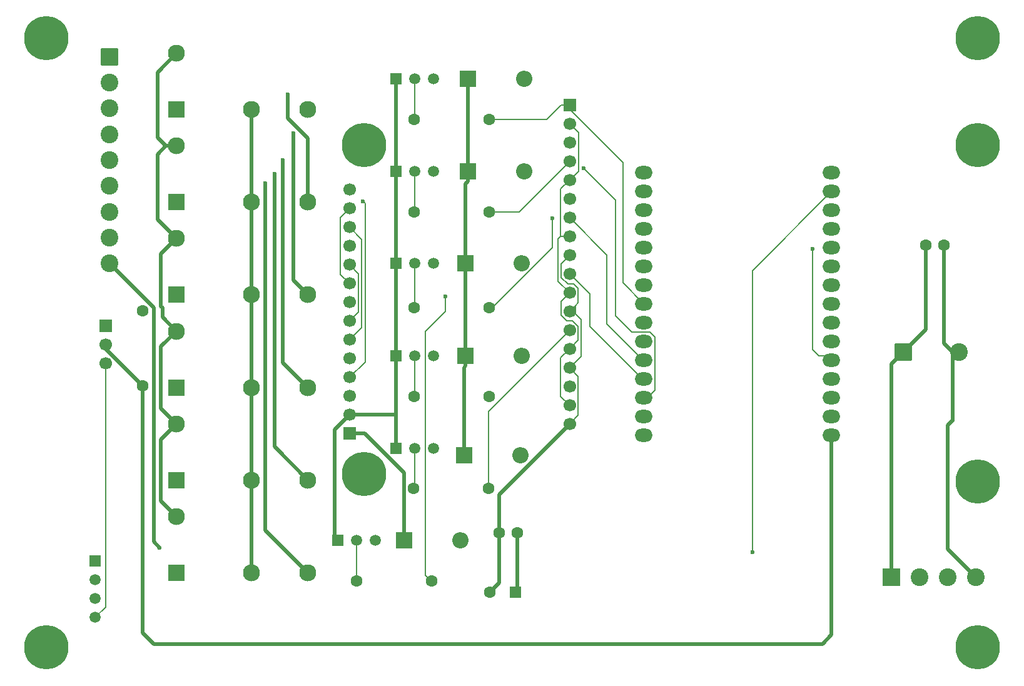
<source format=gbr>
%TF.GenerationSoftware,KiCad,Pcbnew,9.0.6-9.0.6~ubuntu22.04.1*%
%TF.CreationDate,2025-11-15T10:49:45-06:00*%
%TF.ProjectId,ESP32-Simple-Thermostat-PCB,45535033-322d-4536-996d-706c652d5468,rev?*%
%TF.SameCoordinates,Original*%
%TF.FileFunction,Copper,L2,Bot*%
%TF.FilePolarity,Positive*%
%FSLAX46Y46*%
G04 Gerber Fmt 4.6, Leading zero omitted, Abs format (unit mm)*
G04 Created by KiCad (PCBNEW 9.0.6-9.0.6~ubuntu22.04.1) date 2025-11-15 10:49:45*
%MOMM*%
%LPD*%
G01*
G04 APERTURE LIST*
G04 Aperture macros list*
%AMRoundRect*
0 Rectangle with rounded corners*
0 $1 Rounding radius*
0 $2 $3 $4 $5 $6 $7 $8 $9 X,Y pos of 4 corners*
0 Add a 4 corners polygon primitive as box body*
4,1,4,$2,$3,$4,$5,$6,$7,$8,$9,$2,$3,0*
0 Add four circle primitives for the rounded corners*
1,1,$1+$1,$2,$3*
1,1,$1+$1,$4,$5*
1,1,$1+$1,$6,$7*
1,1,$1+$1,$8,$9*
0 Add four rect primitives between the rounded corners*
20,1,$1+$1,$2,$3,$4,$5,0*
20,1,$1+$1,$4,$5,$6,$7,0*
20,1,$1+$1,$6,$7,$8,$9,0*
20,1,$1+$1,$8,$9,$2,$3,0*%
G04 Aperture macros list end*
%TA.AperFunction,ComponentPad*%
%ADD10C,6.000000*%
%TD*%
%TA.AperFunction,ComponentPad*%
%ADD11R,2.300000X2.300000*%
%TD*%
%TA.AperFunction,ComponentPad*%
%ADD12C,2.300000*%
%TD*%
%TA.AperFunction,ComponentPad*%
%ADD13R,1.500000X1.500000*%
%TD*%
%TA.AperFunction,ComponentPad*%
%ADD14C,1.500000*%
%TD*%
%TA.AperFunction,ComponentPad*%
%ADD15RoundRect,0.250001X-0.949999X0.949999X-0.949999X-0.949999X0.949999X-0.949999X0.949999X0.949999X0*%
%TD*%
%TA.AperFunction,ComponentPad*%
%ADD16C,2.400000*%
%TD*%
%TA.AperFunction,ComponentPad*%
%ADD17R,2.200000X2.200000*%
%TD*%
%TA.AperFunction,ComponentPad*%
%ADD18O,2.200000X2.200000*%
%TD*%
%TA.AperFunction,ComponentPad*%
%ADD19R,1.700000X1.700000*%
%TD*%
%TA.AperFunction,ComponentPad*%
%ADD20C,1.700000*%
%TD*%
%TA.AperFunction,ComponentPad*%
%ADD21C,1.600000*%
%TD*%
%TA.AperFunction,ComponentPad*%
%ADD22O,2.400000X1.800000*%
%TD*%
%TA.AperFunction,ComponentPad*%
%ADD23RoundRect,0.250000X0.550000X0.550000X-0.550000X0.550000X-0.550000X-0.550000X0.550000X-0.550000X0*%
%TD*%
%TA.AperFunction,ComponentPad*%
%ADD24R,2.400000X2.400000*%
%TD*%
%TA.AperFunction,ComponentPad*%
%ADD25RoundRect,0.250001X-0.949999X-0.949999X0.949999X-0.949999X0.949999X0.949999X-0.949999X0.949999X0*%
%TD*%
%TA.AperFunction,ViaPad*%
%ADD26C,0.600000*%
%TD*%
%TA.AperFunction,Conductor*%
%ADD27C,0.200000*%
%TD*%
%TA.AperFunction,Conductor*%
%ADD28C,0.500000*%
%TD*%
G04 APERTURE END LIST*
D10*
%TO.P,H3,1*%
%TO.N,unconnected-(H3-Pad1)*%
X151000000Y-114000000D03*
%TD*%
D11*
%TO.P,K1,1*%
%TO.N,Net-(D1-A)*%
X42600000Y-41140000D03*
D12*
%TO.P,K1,2*%
%TO.N,VAC-C*%
X52760000Y-41140000D03*
%TO.P,K1,3*%
%TO.N,G*%
X60380000Y-41140000D03*
%TO.P,K1,5*%
%TO.N,+5V*%
X42600000Y-33520000D03*
%TD*%
D13*
%TO.P,U3,1,VDD*%
%TO.N,+5V*%
X31597500Y-102287500D03*
D14*
%TO.P,U3,2,DATA*%
%TO.N,DHT11_22*%
X31597500Y-104827500D03*
%TO.P,U3,3,NC*%
%TO.N,unconnected-(U3-NC-Pad3)*%
X31597500Y-107367500D03*
%TO.P,U3,4,GND*%
%TO.N,GND*%
X31597500Y-109907500D03*
%TD*%
D13*
%TO.P,Q3,1,E*%
%TO.N,GND*%
X72270000Y-62000000D03*
D14*
%TO.P,Q3,2,B*%
%TO.N,Net-(Q3-B)*%
X74810000Y-62000000D03*
%TO.P,Q3,3,C*%
%TO.N,Net-(D3-A)*%
X77350000Y-62000000D03*
%TD*%
D11*
%TO.P,K6,1*%
%TO.N,Net-(D6-A)*%
X42600000Y-103890000D03*
D12*
%TO.P,K6,2*%
%TO.N,VAC-C*%
X52760000Y-103890000D03*
%TO.P,K6,3*%
%TO.N,PUMP*%
X60380000Y-103890000D03*
%TO.P,K6,5*%
%TO.N,+5V*%
X42600000Y-96270000D03*
%TD*%
D15*
%TO.P,J2,1*%
%TO.N,G*%
X33500000Y-34000000D03*
D16*
%TO.P,J2,2*%
%TO.N,W*%
X33500000Y-37500000D03*
%TO.P,J2,3*%
%TO.N,Y*%
X33500000Y-41000000D03*
%TO.P,J2,4*%
%TO.N,W2*%
X33500000Y-44500000D03*
%TO.P,J2,5*%
%TO.N,Y2*%
X33500000Y-48000000D03*
%TO.P,J2,6*%
%TO.N,PUMP*%
X33500000Y-51500000D03*
%TO.P,J2,7*%
%TO.N,unconnected-(J2-Pad7)*%
X33500000Y-55000000D03*
%TO.P,J2,8*%
%TO.N,VAC-C*%
X33500000Y-58500000D03*
%TO.P,J2,9*%
%TO.N,VAC-R*%
X33500000Y-62000000D03*
%TD*%
D10*
%TO.P,H7,1*%
%TO.N,unconnected-(H7-Pad1)*%
X151000000Y-46000000D03*
%TD*%
D17*
%TO.P,D4,1,K*%
%TO.N,+5V*%
X81690000Y-74500000D03*
D18*
%TO.P,D4,2,A*%
%TO.N,Net-(D4-A)*%
X89310000Y-74500000D03*
%TD*%
D10*
%TO.P,H8,1*%
%TO.N,unconnected-(H8-Pad1)*%
X151000000Y-91500000D03*
%TD*%
D19*
%TO.P,J1,1*%
%TO.N,D25*%
X95810000Y-40560000D03*
D20*
%TO.P,J1,2*%
%TO.N,+5V*%
X95810000Y-43100000D03*
%TO.P,J1,3*%
%TO.N,GND*%
X95810000Y-45640000D03*
%TO.P,J1,4*%
%TO.N,D13*%
X95810000Y-48180000D03*
%TO.P,J1,5*%
%TO.N,+5V*%
X95810000Y-50720000D03*
%TO.P,J1,6*%
%TO.N,unconnected-(J1-Pad6)*%
X95810000Y-53260000D03*
%TO.P,J1,7*%
%TO.N,D14*%
X95810000Y-55800000D03*
%TO.P,J1,8*%
%TO.N,+5V*%
X95810000Y-58340000D03*
%TO.P,J1,9*%
%TO.N,GND*%
X95810000Y-60880000D03*
%TO.P,J1,10*%
%TO.N,D12*%
X95810000Y-63420000D03*
%TO.P,J1,11*%
%TO.N,+5V*%
X95810000Y-65960000D03*
%TO.P,J1,12*%
%TO.N,GND*%
X95810000Y-68500000D03*
%TO.P,J1,13*%
%TO.N,D26*%
X95810000Y-71040000D03*
%TO.P,J1,14*%
%TO.N,+5V*%
X95810000Y-73580000D03*
%TO.P,J1,15*%
%TO.N,GND*%
X95810000Y-76120000D03*
%TO.P,J1,16*%
%TO.N,D27*%
X95810000Y-78660000D03*
%TO.P,J1,17*%
%TO.N,+5V*%
X95810000Y-81200000D03*
%TO.P,J1,18*%
%TO.N,GND*%
X95810000Y-83740000D03*
%TD*%
D10*
%TO.P,H2,1*%
%TO.N,unconnected-(H2-Pad1)*%
X25000000Y-114000000D03*
%TD*%
D21*
%TO.P,C6,1*%
%TO.N,GND*%
X146500000Y-59500000D03*
%TO.P,C6,2*%
%TO.N,Net-(D7-+)*%
X144000000Y-59500000D03*
%TD*%
%TO.P,R7,1*%
%TO.N,D27*%
X38000000Y-68420000D03*
%TO.P,R7,2*%
%TO.N,3.3V*%
X38000000Y-78580000D03*
%TD*%
D13*
%TO.P,Q4,1,E*%
%TO.N,GND*%
X72270000Y-74500000D03*
D14*
%TO.P,Q4,2,B*%
%TO.N,Net-(Q4-B)*%
X74810000Y-74500000D03*
%TO.P,Q4,3,C*%
%TO.N,Net-(D4-A)*%
X77350000Y-74500000D03*
%TD*%
D17*
%TO.P,D3,1,K*%
%TO.N,+5V*%
X81690000Y-62000000D03*
D18*
%TO.P,D3,2,A*%
%TO.N,Net-(D3-A)*%
X89310000Y-62000000D03*
%TD*%
D17*
%TO.P,D2,1,K*%
%TO.N,+5V*%
X82000000Y-49500000D03*
D18*
%TO.P,D2,2,A*%
%TO.N,Net-(D2-A)*%
X89620000Y-49500000D03*
%TD*%
D13*
%TO.P,Q5,1,E*%
%TO.N,GND*%
X72310000Y-87000000D03*
D14*
%TO.P,Q5,2,B*%
%TO.N,Net-(Q5-B)*%
X74850000Y-87000000D03*
%TO.P,Q5,3,C*%
%TO.N,Net-(D5-A)*%
X77390000Y-87000000D03*
%TD*%
D11*
%TO.P,K5,1*%
%TO.N,Net-(D5-A)*%
X42600000Y-91340000D03*
D12*
%TO.P,K5,2*%
%TO.N,VAC-C*%
X52760000Y-91340000D03*
%TO.P,K5,3*%
%TO.N,Y2*%
X60380000Y-91340000D03*
%TO.P,K5,5*%
%TO.N,+5V*%
X42600000Y-83720000D03*
%TD*%
D10*
%TO.P,H5,1*%
%TO.N,unconnected-(H5-Pad1)*%
X68000000Y-46000000D03*
%TD*%
D21*
%TO.P,R1,1*%
%TO.N,Net-(Q1-B)*%
X74730000Y-42500000D03*
%TO.P,R1,2*%
%TO.N,D25*%
X84890000Y-42500000D03*
%TD*%
D22*
%TO.P,A1,1,3.3V*%
%TO.N,3.3V*%
X131250600Y-85245000D03*
%TO.P,A1,2,GND*%
%TO.N,GND*%
X131250600Y-82705000D03*
%TO.P,A1,3,D15/ADC2_CH3*%
%TO.N,CS_15*%
X131250600Y-80165000D03*
%TO.P,A1,4,D2/ADC2_CH2*%
%TO.N,unconnected-(A1-D2{slash}ADC2_CH2-Pad4)*%
X131250600Y-77625000D03*
%TO.P,A1,5,D4/ADC2_CH0*%
%TO.N,T_CS_4*%
X131250600Y-75085000D03*
%TO.P,A1,6,RX2/GPIO16*%
%TO.N,unconnected-(A1-RX2{slash}GPIO16-Pad6)*%
X131250600Y-72545000D03*
%TO.P,A1,7,TX2/GPIO17*%
%TO.N,unconnected-(A1-TX2{slash}GPIO17-Pad7)*%
X131250600Y-70005000D03*
%TO.P,A1,8,D5*%
%TO.N,unconnected-(A1-D5-Pad8)*%
X131250600Y-67465000D03*
%TO.P,A1,9,D18*%
%TO.N,SCK_18*%
X131250600Y-64925000D03*
%TO.P,A1,10,D19*%
%TO.N,MISO_19*%
X131250600Y-62385000D03*
%TO.P,A1,11,D21/SDA*%
%TO.N,unconnected-(A1-D21{slash}SDA-Pad11)*%
X131250600Y-59845000D03*
%TO.P,A1,12,RX0/GPIO3*%
%TO.N,unconnected-(A1-RX0{slash}GPIO3-Pad12)*%
X131250600Y-57305000D03*
%TO.P,A1,13,TX0/GPIO1*%
%TO.N,unconnected-(A1-TX0{slash}GPIO1-Pad13)*%
X131250600Y-54765000D03*
%TO.P,A1,14,D22/SCL*%
%TO.N,DHT11_22*%
X131250600Y-52225000D03*
%TO.P,A1,15,D23*%
%TO.N,MOSI_23*%
X131250600Y-49685000D03*
%TO.P,A1,16,EN*%
%TO.N,EN*%
X105850600Y-49685000D03*
%TO.P,A1,17,ADC1_CH0/VP*%
%TO.N,unconnected-(A1-ADC1_CH0{slash}VP-Pad17)*%
X105850600Y-52225000D03*
%TO.P,A1,18,ADC1_CH3/VN*%
%TO.N,unconnected-(A1-ADC1_CH3{slash}VN-Pad18)*%
X105850600Y-54765000D03*
%TO.P,A1,19,ADC1_CH6/D34*%
%TO.N,unconnected-(A1-ADC1_CH6{slash}D34-Pad19)*%
X105850600Y-57305000D03*
%TO.P,A1,20,ADC1_CH7/D35*%
%TO.N,unconnected-(A1-ADC1_CH7{slash}D35-Pad20)*%
X105850600Y-59845000D03*
%TO.P,A1,21,ADC1_CH4/D32*%
%TO.N,unconnected-(A1-ADC1_CH4{slash}D32-Pad21)*%
X105850600Y-62385000D03*
%TO.P,A1,22,ADC1_CH4/D32*%
%TO.N,D32*%
X105850600Y-64925000D03*
%TO.P,A1,23,DAC1/ADC2_CH8/D25*%
%TO.N,D25*%
X105850600Y-67465000D03*
%TO.P,A1,24,DAC2/ADC2_CH9/D26*%
%TO.N,D26*%
X105850600Y-70005000D03*
%TO.P,A1,25,ADC2_CH7/D27*%
%TO.N,D27*%
X105850600Y-72545000D03*
%TO.P,A1,26,ADC2_CH6/D14*%
%TO.N,D14*%
X105850600Y-75085000D03*
%TO.P,A1,27,ADC2_CH5/D12*%
%TO.N,D12*%
X105850600Y-77625000D03*
%TO.P,A1,28,ADC2_CH4/D13*%
%TO.N,D13*%
X105850600Y-80165000D03*
%TO.P,A1,29,GND*%
%TO.N,GND*%
X105850600Y-82705000D03*
%TO.P,A1,30,VIN*%
%TO.N,+5V*%
X105850600Y-85245000D03*
%TD*%
D17*
%TO.P,D5,1,K*%
%TO.N,+5V*%
X81500000Y-88000000D03*
D18*
%TO.P,D5,2,A*%
%TO.N,Net-(D5-A)*%
X89120000Y-88000000D03*
%TD*%
D11*
%TO.P,K2,1*%
%TO.N,Net-(D2-A)*%
X42600000Y-53690000D03*
D12*
%TO.P,K2,2*%
%TO.N,VAC-C*%
X52760000Y-53690000D03*
%TO.P,K2,3*%
%TO.N,W*%
X60380000Y-53690000D03*
%TO.P,K2,5*%
%TO.N,+5V*%
X42600000Y-46070000D03*
%TD*%
D21*
%TO.P,R6,1*%
%TO.N,Net-(Q6-B)*%
X66920000Y-105000000D03*
%TO.P,R6,2*%
%TO.N,D32*%
X77080000Y-105000000D03*
%TD*%
D10*
%TO.P,H1,1*%
%TO.N,unconnected-(H1-Pad1)*%
X25000000Y-31500000D03*
%TD*%
D21*
%TO.P,R5,1*%
%TO.N,Net-(Q5-B)*%
X74650000Y-92500000D03*
%TO.P,R5,2*%
%TO.N,D26*%
X84810000Y-92500000D03*
%TD*%
%TO.P,R3,1*%
%TO.N,Net-(Q3-B)*%
X74730000Y-68000000D03*
%TO.P,R3,2*%
%TO.N,D14*%
X84890000Y-68000000D03*
%TD*%
D23*
%TO.P,C8,1*%
%TO.N,+5V*%
X88500000Y-106500000D03*
D21*
%TO.P,C8,2*%
%TO.N,GND*%
X85000000Y-106500000D03*
%TD*%
D24*
%TO.P,D7,1,+*%
%TO.N,Net-(D7-+)*%
X139380000Y-104500000D03*
D16*
%TO.P,D7,2,1*%
%TO.N,VAC-R*%
X143190000Y-104500000D03*
%TO.P,D7,3,2*%
%TO.N,VAC-C*%
X147000000Y-104500000D03*
%TO.P,D7,4,-*%
%TO.N,GND*%
X150810000Y-104500000D03*
%TD*%
D13*
%TO.P,Q1,1,E*%
%TO.N,GND*%
X72270000Y-37000000D03*
D14*
%TO.P,Q1,2,B*%
%TO.N,Net-(Q1-B)*%
X74810000Y-37000000D03*
%TO.P,Q1,3,C*%
%TO.N,Net-(D1-A)*%
X77350000Y-37000000D03*
%TD*%
D17*
%TO.P,D1,1,K*%
%TO.N,+5V*%
X82000000Y-37000000D03*
D18*
%TO.P,D1,2,A*%
%TO.N,Net-(D1-A)*%
X89620000Y-37000000D03*
%TD*%
D13*
%TO.P,Q6,1,E*%
%TO.N,GND*%
X64460000Y-99500000D03*
D14*
%TO.P,Q6,2,B*%
%TO.N,Net-(Q6-B)*%
X67000000Y-99500000D03*
%TO.P,Q6,3,C*%
%TO.N,Net-(D6-A)*%
X69540000Y-99500000D03*
%TD*%
D19*
%TO.P,J3,1*%
%TO.N,D27*%
X33000000Y-70420000D03*
D20*
%TO.P,J3,2*%
%TO.N,3.3V*%
X33000000Y-72960000D03*
%TO.P,J3,3*%
%TO.N,GND*%
X33000000Y-75500000D03*
%TD*%
D17*
%TO.P,D6,1,K*%
%TO.N,+5V*%
X73380000Y-99500000D03*
D18*
%TO.P,D6,2,A*%
%TO.N,Net-(D6-A)*%
X81000000Y-99500000D03*
%TD*%
D21*
%TO.P,R2,1*%
%TO.N,Net-(Q2-B)*%
X74730000Y-55000000D03*
%TO.P,R2,2*%
%TO.N,D13*%
X84890000Y-55000000D03*
%TD*%
D10*
%TO.P,H6,1*%
%TO.N,unconnected-(H6-Pad1)*%
X68000000Y-90500000D03*
%TD*%
D11*
%TO.P,K4,1*%
%TO.N,Net-(D4-A)*%
X42600000Y-78790000D03*
D12*
%TO.P,K4,2*%
%TO.N,VAC-C*%
X52760000Y-78790000D03*
%TO.P,K4,3*%
%TO.N,W2*%
X60380000Y-78790000D03*
%TO.P,K4,5*%
%TO.N,+5V*%
X42600000Y-71170000D03*
%TD*%
D11*
%TO.P,K3,1*%
%TO.N,Net-(D3-A)*%
X42600000Y-66240000D03*
D12*
%TO.P,K3,2*%
%TO.N,VAC-C*%
X52760000Y-66240000D03*
%TO.P,K3,3*%
%TO.N,Y*%
X60380000Y-66240000D03*
%TO.P,K3,5*%
%TO.N,+5V*%
X42600000Y-58620000D03*
%TD*%
D21*
%TO.P,C9,1*%
%TO.N,+5V*%
X88750000Y-98500000D03*
%TO.P,C9,2*%
%TO.N,GND*%
X86250000Y-98500000D03*
%TD*%
D13*
%TO.P,Q2,1,E*%
%TO.N,GND*%
X72270000Y-49500000D03*
D14*
%TO.P,Q2,2,B*%
%TO.N,Net-(Q2-B)*%
X74810000Y-49500000D03*
%TO.P,Q2,3,C*%
%TO.N,Net-(D2-A)*%
X77350000Y-49500000D03*
%TD*%
D10*
%TO.P,H4,1*%
%TO.N,unconnected-(H4-Pad1)*%
X151000000Y-31500000D03*
%TD*%
D21*
%TO.P,R4,1*%
%TO.N,Net-(Q4-B)*%
X74730000Y-80000000D03*
%TO.P,R4,2*%
%TO.N,D12*%
X84890000Y-80000000D03*
%TD*%
D25*
%TO.P,C5,1*%
%TO.N,Net-(D7-+)*%
X140987200Y-74000000D03*
D16*
%TO.P,C5,2*%
%TO.N,GND*%
X148487200Y-74000000D03*
%TD*%
D19*
%TO.P,J4,1*%
%TO.N,+5V*%
X66000000Y-85040000D03*
D20*
%TO.P,J4,2*%
%TO.N,GND*%
X66000000Y-82500000D03*
%TO.P,J4,3*%
%TO.N,CS_15*%
X66000000Y-79960000D03*
%TO.P,J4,4*%
%TO.N,EN*%
X66000000Y-77420000D03*
%TO.P,J4,5*%
%TO.N,DC_2*%
X66000000Y-74880000D03*
%TO.P,J4,6*%
%TO.N,MOSI_23*%
X66000000Y-72340000D03*
%TO.P,J4,7*%
%TO.N,SCK_18*%
X66000000Y-69800000D03*
%TO.P,J4,8*%
%TO.N,+5V*%
X66000000Y-67260000D03*
%TO.P,J4,9*%
%TO.N,MISO_19*%
X66000000Y-64720000D03*
%TO.P,J4,10*%
%TO.N,SCK_18*%
X66000000Y-62180000D03*
%TO.P,J4,11*%
%TO.N,T_CS_4*%
X66000000Y-59640000D03*
%TO.P,J4,12*%
%TO.N,MOSI_23*%
X66000000Y-57100000D03*
%TO.P,J4,13*%
%TO.N,MISO_19*%
X66000000Y-54560000D03*
%TO.P,J4,14*%
%TO.N,unconnected-(J4-Pad14)*%
X66000000Y-52020000D03*
%TD*%
D26*
%TO.N,Y2*%
X55852100Y-49909200D03*
%TO.N,Y*%
X58417000Y-44328000D03*
%TO.N,PUMP*%
X54615900Y-51156600D03*
%TO.N,W*%
X57684500Y-39095500D03*
%TO.N,W2*%
X57000000Y-48000000D03*
%TO.N,VAC-R*%
X40305000Y-100500000D03*
%TO.N,D14*%
X93467000Y-55905000D03*
%TO.N,EN*%
X67805000Y-53591000D03*
%TO.N,DHT11_22*%
X120531100Y-101126100D03*
%TO.N,T_CS_4*%
X128650000Y-60000000D03*
%TO.N,D13*%
X97733600Y-49148700D03*
%TO.N,+5V*%
X81696700Y-65960000D03*
%TO.N,GND*%
X147679900Y-83215000D03*
%TO.N,D32*%
X79000000Y-66500000D03*
%TD*%
D27*
%TO.N,D14*%
X95810000Y-55800000D02*
X100851600Y-60841600D01*
X100851600Y-60841600D02*
X100851600Y-70159350D01*
X100851600Y-70159350D02*
X105777250Y-75085000D01*
X105777250Y-75085000D02*
X105850600Y-75085000D01*
%TO.N,D12*%
X105850600Y-77625000D02*
X105174600Y-76949000D01*
X105174600Y-76949000D02*
X104949000Y-76949000D01*
X104949000Y-76949000D02*
X98500000Y-70500000D01*
X98500000Y-70500000D02*
X98500000Y-66110000D01*
X98500000Y-66110000D02*
X95810000Y-63420000D01*
%TO.N,D13*%
X97733600Y-49148700D02*
X102000000Y-53415100D01*
X102000000Y-53415100D02*
X102000000Y-69078750D01*
X102000000Y-69078750D02*
X104196250Y-71275000D01*
X107376000Y-79124000D02*
X106335000Y-80165000D01*
X104196250Y-71275000D02*
X106652900Y-71275000D01*
X106652900Y-71275000D02*
X107376000Y-71998100D01*
X106335000Y-80165000D02*
X105850600Y-80165000D01*
X107376000Y-71998100D02*
X107376000Y-79124000D01*
%TO.N,DHT11_22*%
X131250600Y-52225000D02*
X131250600Y-52249400D01*
X131250600Y-52249400D02*
X120531100Y-62968900D01*
X120531100Y-62968900D02*
X120531100Y-101126100D01*
%TO.N,T_CS_4*%
X128650000Y-60000000D02*
X128650000Y-73650000D01*
X128650000Y-73650000D02*
X129500000Y-74500000D01*
X129500000Y-74500000D02*
X130665600Y-74500000D01*
X130665600Y-74500000D02*
X131250600Y-75085000D01*
%TO.N,D32*%
X79000000Y-66500000D02*
X79000000Y-68510000D01*
X76297700Y-71212300D02*
X76297700Y-104217700D01*
X79000000Y-68510000D02*
X76297700Y-71212300D01*
X76297700Y-104217700D02*
X77080000Y-105000000D01*
D28*
%TO.N,GND*%
X147679900Y-83215000D02*
X147000000Y-83894900D01*
X147000000Y-83894900D02*
X147000000Y-100690000D01*
X147000000Y-100690000D02*
X150810000Y-104500000D01*
D27*
%TO.N,D25*%
X95234200Y-40560000D02*
X103000000Y-48325800D01*
X103000000Y-48325800D02*
X103000000Y-64614400D01*
X103000000Y-64614400D02*
X105850600Y-67465000D01*
X105850600Y-67465000D02*
X104965000Y-67465000D01*
D28*
%TO.N,+5V*%
X42600000Y-71170000D02*
X40500000Y-73270000D01*
X40500000Y-73270000D02*
X40500000Y-81620000D01*
X40500000Y-81620000D02*
X42600000Y-83720000D01*
X42600000Y-96270000D02*
X40500000Y-94170000D01*
X40500000Y-94170000D02*
X40500000Y-85820000D01*
X40500000Y-85820000D02*
X42600000Y-83720000D01*
%TO.N,VAC-R*%
X33500000Y-62000000D02*
X39500000Y-68000000D01*
X39500000Y-68000000D02*
X39500000Y-99695000D01*
X39500000Y-99695000D02*
X40305000Y-100500000D01*
%TO.N,GND*%
X64460000Y-99500000D02*
X64000000Y-99040000D01*
X64000000Y-99040000D02*
X64000000Y-84500000D01*
X64000000Y-84500000D02*
X66000000Y-82500000D01*
%TO.N,+5V*%
X67273500Y-85040000D02*
X68040000Y-85040000D01*
X68040000Y-85040000D02*
X73380000Y-90380000D01*
X73380000Y-90380000D02*
X73380000Y-99500000D01*
%TO.N,3.3V*%
X131250600Y-85245000D02*
X131250600Y-112249400D01*
X39500000Y-113500000D02*
X38000000Y-112000000D01*
X131250600Y-112249400D02*
X130000000Y-113500000D01*
X130000000Y-113500000D02*
X39500000Y-113500000D01*
X38000000Y-112000000D02*
X38000000Y-78580000D01*
%TO.N,+5V*%
X42600000Y-71170000D02*
X40701000Y-69271000D01*
X40701000Y-69271000D02*
X40701000Y-68000000D01*
X40701000Y-68000000D02*
X40500000Y-67799000D01*
X40500000Y-67799000D02*
X40500000Y-60720000D01*
X40500000Y-60720000D02*
X42600000Y-58620000D01*
X42600000Y-58620000D02*
X40000000Y-56020000D01*
X40000000Y-56020000D02*
X40000000Y-47218300D01*
X40000000Y-47218300D02*
X41148300Y-46070000D01*
X41148300Y-46070000D02*
X40000000Y-44921700D01*
X40000000Y-44921700D02*
X40000000Y-36120000D01*
X40000000Y-36120000D02*
X42600000Y-33520000D01*
%TO.N,W2*%
X57000000Y-75410000D02*
X60380000Y-78790000D01*
X57000000Y-48000000D02*
X57000000Y-75410000D01*
D27*
%TO.N,Net-(Q6-B)*%
X67000000Y-104920000D02*
X67000000Y-99500000D01*
X66920000Y-105000000D02*
X67000000Y-104920000D01*
%TO.N,Net-(Q5-B)*%
X74850000Y-92300000D02*
X74650000Y-92500000D01*
X74850000Y-87000000D02*
X74850000Y-92300000D01*
%TO.N,Net-(Q4-B)*%
X74810000Y-79920000D02*
X74730000Y-80000000D01*
X74810000Y-74500000D02*
X74810000Y-79920000D01*
%TO.N,Net-(Q3-B)*%
X74810000Y-67920000D02*
X74730000Y-68000000D01*
X74810000Y-62000000D02*
X74810000Y-67920000D01*
%TO.N,Net-(Q2-B)*%
X74810000Y-54920000D02*
X74810000Y-49500000D01*
X74730000Y-55000000D02*
X74810000Y-54920000D01*
%TO.N,Net-(Q1-B)*%
X74810000Y-42420000D02*
X74810000Y-37000000D01*
X74730000Y-42500000D02*
X74810000Y-42420000D01*
D28*
%TO.N,Y2*%
X55852100Y-86812100D02*
X60380000Y-91340000D01*
X55852100Y-49909200D02*
X55852100Y-86812100D01*
%TO.N,Y*%
X58417000Y-64277000D02*
X58417000Y-44328000D01*
X60380000Y-66240000D02*
X58417000Y-64277000D01*
%TO.N,PUMP*%
X54615900Y-98125900D02*
X54615900Y-51156600D01*
X60380000Y-103890000D02*
X54615900Y-98125900D01*
%TO.N,W*%
X57684500Y-42312300D02*
X57684500Y-39095500D01*
X60380000Y-45007800D02*
X57684500Y-42312300D01*
X60380000Y-53690000D02*
X60380000Y-45007800D01*
%TO.N,VAC-C*%
X52760000Y-53690000D02*
X52760000Y-66240000D01*
X52760000Y-53690000D02*
X52760000Y-41140000D01*
X52760000Y-66240000D02*
X52760000Y-78790000D01*
X52760000Y-78790000D02*
X52760000Y-91340000D01*
X52760000Y-103890000D02*
X52760000Y-91340000D01*
%TO.N,Net-(D7-+)*%
X139380000Y-75607200D02*
X140987200Y-74000000D01*
X139380000Y-104500000D02*
X139380000Y-75607200D01*
X144000000Y-70987200D02*
X140987200Y-74000000D01*
X144000000Y-59500000D02*
X144000000Y-70987200D01*
D27*
%TO.N,MISO_19*%
X64783900Y-55776100D02*
X66000000Y-54560000D01*
X64783900Y-63503900D02*
X64783900Y-55776100D01*
X66000000Y-64720000D02*
X64783900Y-63503900D01*
%TO.N,D26*%
X84810000Y-82040000D02*
X84810000Y-92500000D01*
X95810000Y-71040000D02*
X84810000Y-82040000D01*
%TO.N,D14*%
X93467000Y-59833000D02*
X93467000Y-55905000D01*
X85300000Y-68000000D02*
X93467000Y-59833000D01*
X84890000Y-68000000D02*
X85300000Y-68000000D01*
%TO.N,EN*%
X68106300Y-53892300D02*
X67805000Y-53591000D01*
X68106300Y-75313700D02*
X68106300Y-53892300D01*
X66000000Y-77420000D02*
X68106300Y-75313700D01*
%TO.N,D25*%
X92718300Y-42500000D02*
X94658300Y-40560000D01*
X84890000Y-42500000D02*
X92718300Y-42500000D01*
X95810000Y-40560000D02*
X95234200Y-40560000D01*
X95234200Y-40560000D02*
X94658300Y-40560000D01*
%TO.N,MOSI_23*%
X67654900Y-70685100D02*
X66000000Y-72340000D01*
X67654900Y-58754900D02*
X67654900Y-70685100D01*
X66000000Y-57100000D02*
X67654900Y-58754900D01*
%TO.N,D13*%
X88990000Y-55000000D02*
X84890000Y-55000000D01*
X95810000Y-48180000D02*
X88990000Y-55000000D01*
%TO.N,SCK_18*%
X67216100Y-63396100D02*
X66000000Y-62180000D01*
X67216100Y-68583900D02*
X67216100Y-63396100D01*
X66000000Y-69800000D02*
X67216100Y-68583900D01*
%TO.N,3.3V*%
X33000000Y-73580000D02*
X33000000Y-72960000D01*
D28*
X38000000Y-78580000D02*
X33000000Y-73580000D01*
%TO.N,+5V*%
X82000000Y-37000000D02*
X82000000Y-49500000D01*
X81690000Y-51211700D02*
X81690000Y-60598300D01*
X82000000Y-50901700D02*
X81690000Y-51211700D01*
X82000000Y-49500000D02*
X82000000Y-50901700D01*
X88750000Y-106250000D02*
X88750000Y-98500000D01*
D27*
X88500000Y-106500000D02*
X88750000Y-106250000D01*
D28*
X81500000Y-76091700D02*
X81690000Y-75901700D01*
X81500000Y-87000000D02*
X81500000Y-76091700D01*
X81690000Y-74500000D02*
X81690000Y-75901700D01*
X81690000Y-61299100D02*
X81690000Y-60598300D01*
D27*
X81690000Y-61299100D02*
X81690000Y-62000000D01*
X94593900Y-74796100D02*
X95810000Y-73580000D01*
X94593900Y-79983900D02*
X94593900Y-74796100D01*
X95810000Y-81200000D02*
X94593900Y-79983900D01*
X94658300Y-67111700D02*
X95810000Y-65960000D01*
X94658300Y-68996400D02*
X94658300Y-67111700D01*
X95431900Y-69770000D02*
X94658300Y-68996400D01*
X96204100Y-69770000D02*
X95431900Y-69770000D01*
X96961700Y-70527600D02*
X96204100Y-69770000D01*
X96961700Y-72428300D02*
X96961700Y-70527600D01*
X95810000Y-73580000D02*
X96961700Y-72428300D01*
D28*
X42600000Y-46070000D02*
X41148300Y-46070000D01*
D27*
X95810000Y-58340000D02*
X94593900Y-58340000D01*
X94593900Y-51936100D02*
X95810000Y-50720000D01*
X94593900Y-58340000D02*
X94593900Y-51936100D01*
X94242400Y-64392400D02*
X95810000Y-65960000D01*
X94242400Y-58691500D02*
X94242400Y-64392400D01*
X94593900Y-58340000D02*
X94242400Y-58691500D01*
X97007100Y-49522900D02*
X95810000Y-50720000D01*
X97007100Y-44297100D02*
X97007100Y-49522900D01*
X95810000Y-43100000D02*
X97007100Y-44297100D01*
D28*
X66000000Y-85040000D02*
X67273500Y-85040000D01*
X81690000Y-74500000D02*
X81690000Y-73098300D01*
X81696700Y-73091600D02*
X81696700Y-65960000D01*
D27*
X81690000Y-73098300D02*
X81696700Y-73091600D01*
X81690000Y-65953300D02*
X81696700Y-65960000D01*
D28*
X81690000Y-62000000D02*
X81690000Y-65953300D01*
%TO.N,GND*%
X72270000Y-37000000D02*
X72270000Y-49500000D01*
X72270000Y-49500000D02*
X72270000Y-62000000D01*
X146500000Y-72820100D02*
X147679900Y-74000000D01*
X146500000Y-59500000D02*
X146500000Y-72820100D01*
D27*
X147679900Y-74000000D02*
X148487200Y-74000000D01*
D28*
X72310000Y-87000000D02*
X72310000Y-85948300D01*
X66000000Y-82500000D02*
X72270000Y-82500000D01*
X72270000Y-85908300D02*
X72270000Y-82500000D01*
D27*
X72310000Y-85948300D02*
X72270000Y-85908300D01*
D28*
X72270000Y-82500000D02*
X72270000Y-74500000D01*
D27*
X33000000Y-108505000D02*
X33000000Y-75500000D01*
X31597500Y-109907500D02*
X33000000Y-108505000D01*
D28*
X86250000Y-105250000D02*
X85000000Y-106500000D01*
X86250000Y-98500000D02*
X86250000Y-105250000D01*
X72270000Y-74500000D02*
X72270000Y-62000000D01*
X86250000Y-93300000D02*
X95810000Y-83740000D01*
X86250000Y-98500000D02*
X86250000Y-93300000D01*
X147679900Y-74000000D02*
X147679900Y-83215000D01*
D27*
X96961700Y-67348300D02*
X96584200Y-67725800D01*
X96961700Y-65406600D02*
X96961700Y-67348300D01*
X96363400Y-64808300D02*
X96961700Y-65406600D01*
X95543600Y-64808300D02*
X96363400Y-64808300D01*
X94653300Y-63918000D02*
X95543600Y-64808300D01*
X94653300Y-62036700D02*
X94653300Y-63918000D01*
X95810000Y-60880000D02*
X94653300Y-62036700D01*
X96584200Y-67725800D02*
X95810000Y-68500000D01*
X96961700Y-82588300D02*
X95810000Y-83740000D01*
X96961700Y-77271700D02*
X96961700Y-82588300D01*
X95810000Y-76120000D02*
X96961700Y-77271700D01*
X97370300Y-74559700D02*
X95810000Y-76120000D01*
X97370300Y-69611300D02*
X97370300Y-74559700D01*
X96584200Y-68825200D02*
X97370300Y-69611300D01*
X96584200Y-67725800D02*
X96584200Y-68825200D01*
%TD*%
M02*

</source>
